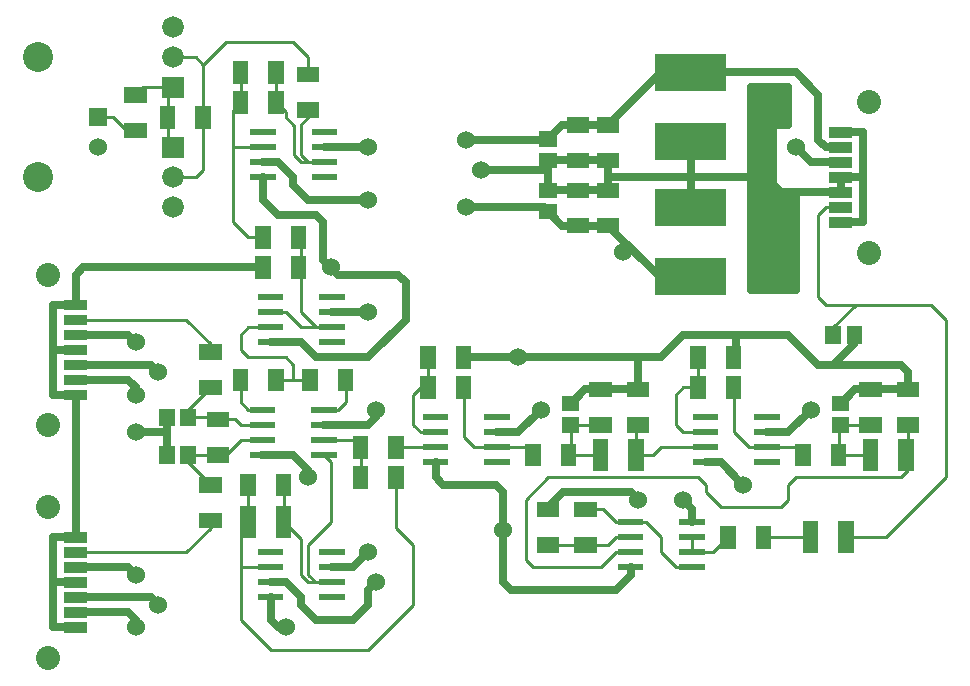
<source format=gbr>
G04 start of page 2 for group 0 idx 0 *
G04 Title: (unknown), component *
G04 Creator: pcb 1.99z *
G04 CreationDate: Wed 27 Mar 2013 05:03:31 PM GMT UTC *
G04 For: nock *
G04 Format: Gerber/RS-274X *
G04 PCB-Dimensions (mil): 6000.00 5000.00 *
G04 PCB-Coordinate-Origin: lower left *
%MOIN*%
%FSLAX25Y25*%
%LNTOP*%
%ADD25C,0.0810*%
%ADD24C,0.0590*%
%ADD23C,0.0420*%
%ADD22C,0.0350*%
%ADD21R,0.1230X0.1230*%
%ADD20R,0.0200X0.0200*%
%ADD19R,0.0512X0.0512*%
%ADD18R,0.0350X0.0350*%
%ADD17C,0.0600*%
%ADD16C,0.1000*%
%ADD15C,0.0800*%
%ADD14C,0.0720*%
%ADD13C,0.0001*%
%ADD12C,0.0250*%
%ADD11C,0.0100*%
G54D11*X192500Y150000D02*X187500Y155000D01*
Y180000D01*
X198000Y150000D02*X187500D01*
X182500Y155000D01*
X177500D01*
Y150000D02*X170000D01*
X175000Y180000D02*X170000D01*
X165000Y185000D01*
G54D12*X192500Y187500D02*X195000Y185000D01*
X180000Y187500D02*X192500D01*
X200000Y167500D02*X195000Y172500D01*
Y185000D01*
G54D11*X165000Y222500D02*X167500Y225000D01*
Y235000D01*
X179310Y225000D02*Y235000D01*
X182500Y221810D02*X179310Y225000D01*
X190000Y234310D02*Y240000D01*
X185000Y245000D01*
X162500D01*
X175000Y210000D02*X165000D01*
X143190Y211810D02*X145000Y210000D01*
Y200000D02*X152500D01*
X155000Y202500D01*
X120000Y220000D02*X125000D01*
X132500Y215690D02*X129310D01*
X125000Y220000D01*
X143190Y211810D02*Y228190D01*
X135000Y230000D02*X132500Y227500D01*
X143190Y228190D02*X145000Y230000D01*
X135000D01*
X145000Y240000D02*X152500D01*
X155000Y237500D01*
X162500Y245000D02*X155000Y237500D01*
Y202500D02*Y237500D01*
X157500Y141810D02*Y144310D01*
X149310Y152500D02*X157500Y144310D01*
X149310Y152500D02*X112500D01*
G54D12*X115000Y170000D02*X175000D01*
X130000Y147500D02*X132500Y145000D01*
G54D11*X187500Y217500D02*Y207500D01*
X190000Y205000D01*
X187500D02*Y205250D01*
X190000Y222500D02*Y220000D01*
X187500Y217500D01*
Y205250D02*X185250Y207500D01*
Y217250D01*
X182500Y220000D01*
Y221810D01*
X195500Y205000D02*X187500D01*
G54D12*X190000Y192500D02*X210000D01*
Y210000D02*X195500D01*
G54D11*X165000Y222500D02*Y185000D01*
G54D12*X175000Y205000D02*X180000D01*
X185000Y200000D01*
X175000D02*Y192500D01*
X180000Y187500D01*
X185000Y200000D02*Y197500D01*
X190000Y192500D02*X185000Y197500D01*
G54D11*X170000Y150000D02*X167500Y147500D01*
Y142500D01*
X170000Y140000D01*
X182500D01*
G54D12*X177500Y145000D02*X187500D01*
G54D11*X182500Y140000D02*X185000Y137500D01*
G54D12*X187500Y145000D02*X192500Y140000D01*
X210000D01*
G54D11*X162500Y107500D02*X167500Y112500D01*
X174750D01*
X162500Y107500D02*X150000D01*
X160000Y119310D02*X165690D01*
X150000Y120000D02*X159310D01*
X160000Y119310D01*
G54D12*X142914Y107500D02*Y120000D01*
X132500Y115000D02*X142914D01*
X132500Y130000D02*Y127500D01*
X137500Y137500D02*X140000Y135000D01*
G54D11*X150000Y107500D02*Y105000D01*
X157500Y97500D01*
G54D12*X190000Y102500D02*Y100000D01*
X195250Y117500D02*X210000D01*
X212500Y120000D02*Y122500D01*
X198000Y155000D02*X210000D01*
X220000Y167500D02*X200000D01*
X112500Y80000D02*X105000D01*
X112500Y65000D02*X105000D01*
X112500Y70000D02*X130000D01*
X132500Y67500D01*
X105000Y80000D02*Y50000D01*
X112500D01*
Y55000D02*X130000D01*
X132500Y52500D01*
Y50000D01*
X112500Y60000D02*X137500D01*
X140000Y57500D01*
X112500Y157500D02*X105000D01*
Y127500D01*
X112500D01*
Y142500D02*X105000D01*
X112500Y80000D02*Y127500D01*
X115000Y170000D02*X112500Y167500D01*
Y157500D01*
Y132500D02*X130000D01*
X132500Y130000D01*
X112500Y137500D02*X137500D01*
X112500Y147500D02*X130000D01*
G54D11*X157500Y85690D02*Y83190D01*
X149310Y75000D02*X157500Y83190D01*
X149310Y75000D02*X112500D01*
X190000Y65000D02*X198000D01*
X187500Y67500D02*X190000Y65000D01*
X192500D02*X190000Y67500D01*
G54D12*X177500Y65000D02*X182500D01*
G54D11*X177500Y70000D02*X167500D01*
X190000Y67500D02*Y77500D01*
X197500Y85000D01*
X167500Y82500D02*X170000Y85000D01*
X187500Y67500D02*Y79310D01*
X181810Y85000D01*
G54D12*X205000Y70000D02*X210000Y75000D01*
G54D11*X225000Y77500D02*X219310Y83190D01*
X170000Y85000D02*Y97500D01*
X181810Y85000D02*Y97500D01*
G54D12*X182500Y65000D02*X187500Y60000D01*
Y57500D01*
X192500Y52500D02*X187500Y57500D01*
G54D11*X210000Y42500D02*X177500D01*
X167500Y52500D01*
G54D12*X180000Y50000D02*X182500D01*
G54D11*X225000Y57500D02*X210000Y42500D01*
G54D12*X198000Y70000D02*X205000D01*
X192500Y52500D02*X205000D01*
X210000Y57500D01*
Y62500D01*
X212500Y65000D01*
G54D11*X225000Y57500D02*Y77500D01*
G54D12*X177500Y60000D02*Y52500D01*
G54D11*X167500D02*Y82500D01*
G54D12*X177500Y52500D02*X180000Y50000D01*
G54D11*X165690Y119310D02*X167500Y117500D01*
X174750D01*
Y122500D02*X170000D01*
X167500Y125000D01*
X150000Y120000D02*Y122500D01*
X167500Y125000D02*Y132500D01*
X190690D02*X179310D01*
X185000Y137500D02*Y132500D01*
X150000Y122500D02*X157500Y130000D01*
G54D12*X185000Y107500D02*X174750D01*
X185000D02*X190000Y102500D01*
G54D11*X197500Y105250D02*X195250Y107500D01*
Y112500D02*X205000D01*
X207500Y110000D01*
Y100000D01*
X197500Y85000D02*Y105250D01*
X219310Y100000D02*Y83190D01*
X195250Y122500D02*X200000D01*
X202500Y125000D01*
G54D12*X210000Y117500D02*X212500Y120000D01*
G54D11*X202500Y125000D02*Y132500D01*
G54D12*X220000Y167500D02*X222500Y165000D01*
G54D11*X230000Y130000D02*Y140000D01*
G54D12*X210000D02*X222500Y152500D01*
Y165000D01*
G54D11*X232500Y115000D02*X227500D01*
X225000Y117500D01*
Y127500D01*
X230000Y130000D02*X227500D01*
X225000Y127500D01*
X241810Y130000D02*Y113440D01*
X245250Y110000D02*X241810Y113440D01*
G54D12*X253000Y115000D02*X260000D01*
X255000Y95000D02*X252500Y97500D01*
X235000D01*
X232500Y100000D01*
Y105000D01*
G54D11*Y110000D02*X219310D01*
X245250D02*X262500D01*
X265000Y107500D01*
X322500Y115000D02*X315000D01*
X322500Y110000D02*X307500D01*
G54D12*X322500Y105000D02*X327500D01*
G54D11*X312500Y117500D02*Y127500D01*
X315000Y130000D01*
X320000D01*
Y140000D01*
X331810Y115000D02*Y130000D01*
G54D12*X315000Y147500D02*X350000D01*
G54D11*X318000Y80000D02*Y75000D01*
X307500D02*Y80000D01*
X312500Y70000D02*X307500Y75000D01*
X318000Y70000D02*X312500D01*
X318000Y75000D02*X325000D01*
X330000Y80000D01*
X327500Y90000D02*X322500Y95000D01*
Y97500D01*
X320000Y100000D01*
G54D12*X318000Y85000D02*Y89500D01*
X315000Y92500D01*
X260000Y115000D02*X267500Y122500D01*
G54D11*X262500Y92500D02*Y72500D01*
X265000Y70000D01*
X320000Y100000D02*X270000D01*
G54D12*X275000Y95000D02*X297500D01*
X300000Y92500D01*
G54D11*X262500D02*X270000Y100000D01*
G54D12*Y89310D02*Y90000D01*
X275000Y95000D01*
G54D11*X336810Y110000D02*X331810Y115000D01*
G54D12*X327500Y105000D02*X335000Y97500D01*
G54D11*X336810Y110000D02*X352500D01*
X355000Y107500D01*
X352500Y100000D02*X350000Y97500D01*
G54D12*X343000Y115000D02*X350000D01*
G54D11*Y97500D02*Y92500D01*
X341810Y80000D02*X357500D01*
X369310D02*X382500D01*
X402500Y100000D02*X382500Y80000D01*
X352500Y100000D02*X387500D01*
X350000Y92500D02*X347500Y90000D01*
X327500D01*
X366810Y107500D02*X377500D01*
X290000Y77500D02*X270000D01*
X265000Y70000D02*X287500D01*
X302500Y85000D02*X307500Y80000D01*
X292500Y85000D02*X302500D01*
X297500Y80000D02*X292500D01*
Y85000D02*X288190Y89310D01*
X282500D02*X288190D01*
X292500Y80000D02*X290000Y77500D01*
X297500Y75000D02*X292500D01*
X287500Y70000D02*X292500Y75000D01*
G54D12*X297500Y70000D02*Y67500D01*
X292500Y62500D01*
X257500D01*
X255000Y65000D01*
Y95000D01*
G54D11*X402500Y152500D02*X397500Y157500D01*
X362500D01*
G54D12*X372224Y129310D02*X367500Y124586D01*
X372086Y147500D02*Y144586D01*
X365000Y137500D01*
G54D11*Y147500D02*Y150000D01*
X372500Y157500D01*
G54D12*X390000Y129310D02*X372224D01*
G54D11*X366810Y107500D02*Y116810D01*
X387500Y100000D02*X390000Y102500D01*
Y117500D01*
X367500D02*X377500D01*
G54D12*X350000Y147500D02*X360000Y137500D01*
X387500D01*
G54D11*X402500Y100000D02*Y152500D01*
G54D12*X387500Y137500D02*X390000Y135000D01*
Y129310D01*
G54D11*X277500Y117500D02*Y108190D01*
X276810Y107500D01*
X287500D02*X276810D01*
X277500Y117500D02*X287500D01*
G54D12*X241810Y140000D02*X307500D01*
X300000Y129310D02*X282224D01*
G54D11*X307500Y110000D02*X305000Y107500D01*
X299310D01*
Y116810D01*
X300000Y117500D01*
X315000Y115000D02*X312500Y117500D01*
G54D12*X307500Y140000D02*X315000Y147500D01*
X317500Y212000D02*Y190000D01*
X300000Y129310D02*Y140000D01*
X332500Y147500D02*Y140690D01*
X331810Y140000D01*
G54D11*X362500Y190000D02*X367500D01*
X366810Y116810D02*X367500Y117500D01*
G54D12*X362500Y210000D02*X360000Y212500D01*
Y227500D01*
X352500Y235000D02*X360000Y227500D01*
G54D11*Y187500D02*X362500Y190000D01*
G54D12*X350000Y115000D02*X357500Y122500D01*
G54D11*X362500Y157500D02*X360000Y160000D01*
Y187500D01*
G54D12*X290000Y205690D02*Y195690D01*
X270000Y205690D02*X290000D01*
X274724Y217500D02*X290000D01*
X270000Y195690D02*X290000D01*
X270000D02*Y205690D01*
X317500Y167000D02*X306880D01*
X290000Y183880D01*
X274724D02*X290000D01*
X282224Y129310D02*X277500Y124586D01*
X274724Y217500D02*X269724Y212500D01*
X274724Y183880D02*X268604Y190000D01*
X242500D01*
X269724Y212500D02*X242500D01*
X247500Y202500D02*X270000D01*
X367500Y210000D02*X362500D01*
X367500Y205000D02*X357500D01*
X352500Y210000D01*
X367500Y195000D02*X347500D01*
X367500D02*Y200000D01*
X307500Y235000D02*X290000Y217500D01*
X307500Y235000D02*X352500D01*
X367500Y185000D02*X375000D01*
Y215000D01*
X367500D01*
Y200000D02*X375000D01*
X290000D02*X342500D01*
X347500Y195000D02*X342500Y200000D01*
G54D13*G36*
X141400Y233600D02*Y226400D01*
X148600D01*
Y233600D01*
X141400D01*
G37*
G54D14*X145000Y240000D03*
Y250000D03*
G54D13*G36*
X141400Y213600D02*Y206400D01*
X148600D01*
Y213600D01*
X141400D01*
G37*
G54D14*X145000Y200000D03*
Y190000D03*
G54D15*X103200Y167600D03*
Y117400D03*
Y90100D03*
Y39900D03*
X376800Y174900D03*
Y225100D03*
G54D13*G36*
X117000Y223000D02*Y217000D01*
X123000D01*
Y223000D01*
X117000D01*
G37*
G54D16*X100000Y240000D03*
G54D17*X120000Y210000D03*
G54D16*X100000Y200000D03*
G54D18*X110350Y50000D02*X114650D01*
X110350Y55000D02*X114650D01*
X110350Y60000D02*X114650D01*
X110350Y65000D02*X114650D01*
X110350Y70000D02*X114650D01*
X110350Y75000D02*X114650D01*
X110350Y80000D02*X114650D01*
G54D19*X179310Y133681D02*Y131319D01*
X190690Y133681D02*Y131319D01*
G54D20*X171500Y122500D02*X178000D01*
X171500Y117500D02*X178000D01*
X171500Y112500D02*X178000D01*
X171500Y107500D02*X178000D01*
X192000D02*X198500D01*
X192000Y112500D02*X198500D01*
X192000Y117500D02*X198500D01*
X192000Y122500D02*X198500D01*
G54D19*X207500Y101181D02*Y98819D01*
Y111181D02*Y108819D01*
X219310Y101181D02*Y98819D01*
Y111181D02*Y108819D01*
G54D20*X174250Y75000D02*X180750D01*
X174250Y70000D02*X180750D01*
X174250Y65000D02*X180750D01*
X174250Y60000D02*X180750D01*
X194750D02*X201250D01*
X194750Y65000D02*X201250D01*
X194750Y70000D02*X201250D01*
X194750Y75000D02*X201250D01*
G54D19*X181810Y98681D02*Y96319D01*
X170000Y98681D02*Y96319D01*
X181810Y87755D02*Y82245D01*
X170000Y87755D02*Y82245D01*
G54D20*X174250Y160000D02*X180750D01*
X174250Y155000D02*X180750D01*
X174250Y150000D02*X180750D01*
X174250Y145000D02*X180750D01*
G54D19*X202500Y133681D02*Y131319D01*
G54D20*X194750Y145000D02*X201250D01*
X194750Y150000D02*X201250D01*
X194750Y155000D02*X201250D01*
X194750Y160000D02*X201250D01*
G54D19*X186810Y181181D02*Y178819D01*
Y171181D02*Y168819D01*
X175000Y171181D02*Y168819D01*
G54D20*X192250Y200000D02*X198750D01*
X192250Y205000D02*X198750D01*
X192250Y210000D02*X198750D01*
X192250Y215000D02*X198750D01*
G54D19*X188819Y234310D02*X191181D01*
X188819Y222500D02*X191181D01*
X158819Y119310D02*X161181D01*
X158819Y107500D02*X161181D01*
X167500Y133681D02*Y131319D01*
X150000Y120393D02*Y119607D01*
X156319Y130000D02*X158681D01*
X156319Y141810D02*X158681D01*
X142914Y120393D02*Y119607D01*
X150000Y107893D02*Y107107D01*
X156319Y85690D02*X158681D01*
X156319Y97500D02*X158681D01*
X142914Y107893D02*Y107107D01*
G54D18*X110350Y127500D02*X114650D01*
X110350Y132500D02*X114650D01*
X110350Y137500D02*X114650D01*
X110350Y142500D02*X114650D01*
X110350Y147500D02*X114650D01*
X110350Y152500D02*X114650D01*
X110350Y157500D02*X114650D01*
G54D19*X175000Y181181D02*Y178819D01*
X179310Y226181D02*Y223819D01*
X167500Y226181D02*Y223819D01*
X179310Y236181D02*Y233819D01*
X167500Y236181D02*Y233819D01*
G54D20*X171750Y215000D02*X178250D01*
X171750Y210000D02*X178250D01*
X171750Y205000D02*X178250D01*
X171750Y200000D02*X178250D01*
G54D19*X143190Y221181D02*Y218819D01*
X131319Y215690D02*X133681D01*
X131319Y227500D02*X133681D01*
X155000Y221181D02*Y218819D01*
G54D20*X229250Y120000D02*X235750D01*
X249750D02*X256250D01*
G54D19*X230000Y141181D02*Y138819D01*
X241810Y141181D02*Y138819D01*
X230000Y131181D02*Y128819D01*
X241810Y131181D02*Y128819D01*
G54D20*X229250Y115000D02*X235750D01*
X229250Y110000D02*X235750D01*
X229250Y105000D02*X235750D01*
X249750D02*X256250D01*
X249750Y110000D02*X256250D01*
X249750Y115000D02*X256250D01*
G54D19*X265000Y108681D02*Y106319D01*
G54D21*X311900Y167000D02*X323100D01*
X311900Y190000D02*X323100D01*
G54D19*X288819Y217500D02*X291181D01*
X278819D02*X281181D01*
X269607Y212776D02*X270393D01*
X288819Y205690D02*X291181D01*
X278819D02*X281181D01*
X269607Y205690D02*X270393D01*
X288819Y195690D02*X291181D01*
X278819D02*X281181D01*
X269607Y195690D02*X270393D01*
X288819Y183880D02*X291181D01*
X278819D02*X281181D01*
X269607Y188604D02*X270393D01*
X276810Y108681D02*Y106319D01*
X268819Y89310D02*X271181D01*
X277107Y124586D02*X277893D01*
X286319Y129310D02*X288681D01*
X277107Y117500D02*X277893D01*
X286319Y117500D02*X288681D01*
X268819Y77500D02*X271181D01*
X281319D02*X283681D01*
X281319Y89310D02*X283681D01*
G54D20*X294250Y85000D02*X300750D01*
X294250Y80000D02*X300750D01*
G54D19*X287500Y110255D02*Y104745D01*
X299310Y110255D02*Y104745D01*
X320000Y131181D02*Y128819D01*
Y141181D02*Y138819D01*
G54D20*X319250Y120000D02*X325750D01*
X319250Y115000D02*X325750D01*
X319250Y110000D02*X325750D01*
X319250Y105000D02*X325750D01*
G54D19*X331810Y131181D02*Y128819D01*
Y141181D02*Y138819D01*
X298819Y129310D02*X301181D01*
X298819Y117500D02*X301181D01*
G54D18*X365350Y215000D02*X369650D01*
G54D12*X347500Y230000D02*Y217500D01*
X345000D02*X350000D01*
Y230000D02*Y217500D01*
X337500Y230000D02*X350000D01*
G54D18*X365350Y210000D02*X369650D01*
X365350Y205000D02*X369650D01*
X365350Y200000D02*X369650D01*
X365350Y195000D02*X369650D01*
X365350Y190000D02*X369650D01*
X365350Y185000D02*X369650D01*
G54D12*X337500Y195000D02*X352500D01*
X350000D02*Y162500D01*
X352500Y195000D02*Y162500D01*
X347500Y195000D02*Y162500D01*
X345000Y230000D02*Y162500D01*
X342500Y230000D02*Y162500D01*
X340000Y230000D02*Y162500D01*
X337500Y230000D02*Y162500D01*
X352500D01*
G54D20*X294250Y75000D02*X300750D01*
X314750D02*X321250D01*
X314750Y80000D02*X321250D01*
X314750Y85000D02*X321250D01*
X294250Y70000D02*X300750D01*
X314750D02*X321250D01*
G54D19*X330000Y81181D02*Y78819D01*
X341810Y81181D02*Y78819D01*
X357500Y82755D02*Y77245D01*
X369310Y82755D02*Y77245D01*
G54D20*X339750Y105000D02*X346250D01*
X339750Y110000D02*X346250D01*
X339750Y115000D02*X346250D01*
X339750Y120000D02*X346250D01*
G54D19*X355000Y108681D02*Y106319D01*
X367107Y124586D02*X367893D01*
X388819Y129310D02*X391181D01*
X376319D02*X378681D01*
X367107Y117500D02*X367893D01*
X388819Y117500D02*X391181D01*
X376319D02*X378681D01*
X366810Y108681D02*Y106319D01*
X377500Y110255D02*Y104745D01*
X389310Y110255D02*Y104745D01*
X365000Y147893D02*Y147107D01*
X372086Y147893D02*Y147107D01*
G54D21*X311900Y212000D02*X323100D01*
X311900Y235000D02*X323100D01*
G54D17*X212500Y65000D03*
X210000Y75000D03*
X182500Y50000D03*
X190000Y100000D03*
X210000Y155000D03*
X197500Y170000D03*
X132500Y115000D03*
Y67500D03*
Y50000D03*
X140000Y57500D03*
Y135000D03*
X132500Y127500D03*
Y145000D03*
X352500Y210000D03*
X335000Y97500D03*
X357500Y122500D03*
X267500D03*
X255000Y82500D03*
X212500Y122500D03*
X260000Y140000D03*
X300000Y92500D03*
X315000D03*
X210000Y192500D03*
X242500Y190000D03*
X210000Y210000D03*
X242500Y212500D03*
X247500Y202500D03*
X295000Y175000D03*
G54D22*G54D23*G54D24*G54D22*G54D25*G54D22*G54D25*M02*

</source>
